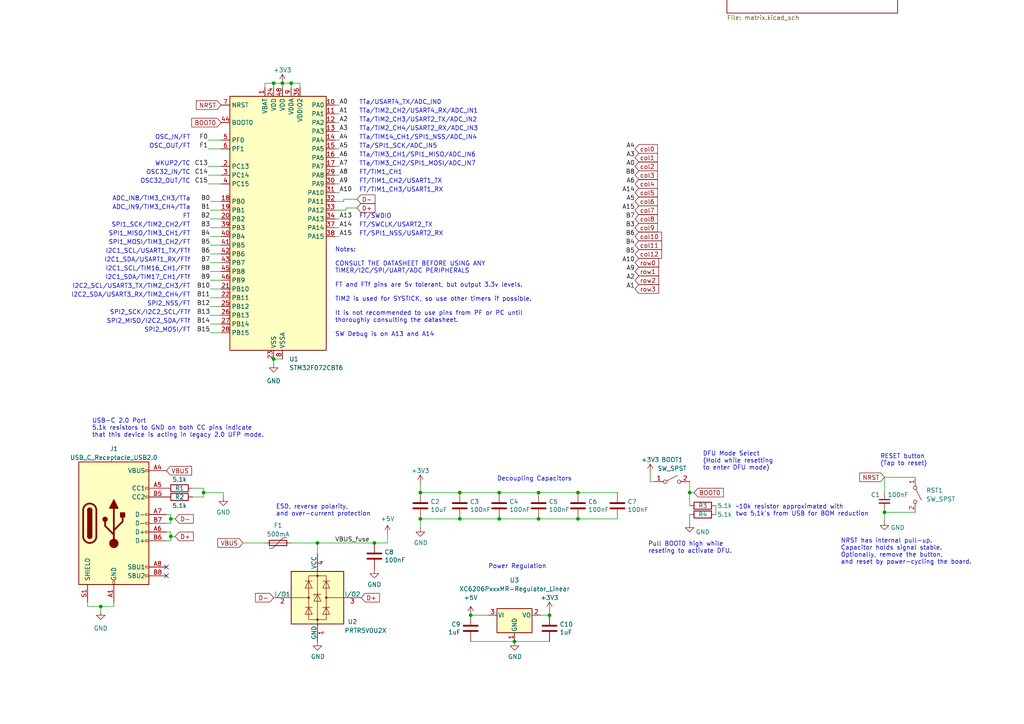
<source format=kicad_sch>
(kicad_sch (version 20231120) (generator "eeschema") (generator_version "8.0")
  (paper "A4")
  (lib_symbols
    (symbol "+5V_1" (power) (pin_names (offset 0))
      (property "Value" "+5V_1" (at 0 3.556 0))
      (symbol "+5V_1_0_1"
        (polyline (pts (xy -0.762 1.27) (xy 0 2.54)))
        (polyline (pts (xy 0 0) (xy 0 2.54)))
        (polyline (pts (xy 0 2.54) (xy 0.762 1.27)))
      )
      (symbol "+5V_1_1_1"
        (pin power_in line (at 0 0 90) (length 0) hide (name "+5V") (number "1"))
      )
    )
    (symbol "Connector:USB_C_Receptacle_USB2.0" (pin_names (offset 1.016))
      (property "Reference" "J" (at -10.16 19.05 0))
      (property "Value" "USB_C_Receptacle_USB2.0" (at 19.05 19.05 0))
      (symbol "USB_C_Receptacle_USB2.0_0_0"
        (rectangle (start -0.254 -17.78) (end 0.254 -16.764))
        (rectangle (start 10.16 -14.986) (end 9.144 -15.494))
        (rectangle (start 10.16 -12.446) (end 9.144 -12.954))
        (rectangle (start 10.16 -4.826) (end 9.144 -5.334))
        (rectangle (start 10.16 -2.286) (end 9.144 -2.794))
        (rectangle (start 10.16 0.254) (end 9.144 -0.254))
        (rectangle (start 10.16 2.794) (end 9.144 2.286))
        (rectangle (start 10.16 7.874) (end 9.144 7.366))
        (rectangle (start 10.16 10.414) (end 9.144 9.906))
        (rectangle (start 10.16 15.494) (end 9.144 14.986))
      )
      (symbol "USB_C_Receptacle_USB2.0_0_1"
        (rectangle (start -10.16 17.78) (end 10.16 -17.78) (stroke (width 0.254)) (fill (type background)))
        (arc (start -8.89 -3.81) (mid -6.985 -5.7067) (end -5.08 -3.81) (stroke (width 0.508)))
        (arc (start -7.62 -3.81) (mid -6.985 -4.4423) (end -6.35 -3.81) (stroke (width 0.254)))
        (arc (start -7.62 -3.81) (mid -6.985 -4.4423) (end -6.35 -3.81) (stroke (width 0.254)) (fill (type outline)))
        (rectangle (start -7.62 -3.81) (end -6.35 3.81) (stroke (width 0.254)) (fill (type outline)))
        (arc (start -6.35 3.81) (mid -6.985 4.4423) (end -7.62 3.81) (stroke (width 0.254)))
        (arc (start -6.35 3.81) (mid -6.985 4.4423) (end -7.62 3.81) (stroke (width 0.254)) (fill (type outline)))
        (arc (start -5.08 3.81) (mid -6.985 5.7067) (end -8.89 3.81) (stroke (width 0.508)))
        (circle (center -2.54 1.143) (radius 0.635) (stroke (width 0.254)) (fill (type outline)))
        (circle (center 0 -5.842) (radius 1.27) (fill (type outline)))
        (polyline (pts (xy -8.89 -3.81) (xy -8.89 3.81)) (stroke (width 0.508)))
        (polyline (pts (xy -5.08 3.81) (xy -5.08 -3.81)) (stroke (width 0.508)))
        (polyline (pts (xy 0 -5.842) (xy 0 4.318)) (stroke (width 0.508)))
        (polyline (pts (xy 0 -3.302) (xy -2.54 -0.762) (xy -2.54 0.508)) (stroke (width 0.508)))
        (polyline (pts (xy 0 -2.032) (xy 2.54 0.508) (xy 2.54 1.778)) (stroke (width 0.508)))
        (polyline (pts (xy -1.27 4.318) (xy 0 6.858) (xy 1.27 4.318) (xy -1.27 4.318)) (stroke (width 0.254)) (fill (type outline)))
        (rectangle (start 1.905 1.778) (end 3.175 3.048) (stroke (width 0.254)) (fill (type outline)))
      )
      (symbol "USB_C_Receptacle_USB2.0_1_1"
        (pin passive line (at 0 -22.86 90) (length 5.08) (name "GND") (number "A1"))
        (pin passive line (at 0 -22.86 90) (length 5.08) hide (name "GND") (number "A12"))
        (pin passive line (at 15.24 15.24 180) (length 5.08) (name "VBUS") (number "A4"))
        (pin bidirectional line (at 15.24 10.16 180) (length 5.08) (name "CC1") (number "A5"))
        (pin bidirectional line (at 15.24 -2.54 180) (length 5.08) (name "D+") (number "A6"))
        (pin bidirectional line (at 15.24 2.54 180) (length 5.08) (name "D-") (number "A7"))
        (pin bidirectional line (at 15.24 -12.7 180) (length 5.08) (name "SBU1") (number "A8"))
        (pin passive line (at 15.24 15.24 180) (length 5.08) hide (name "VBUS") (number "A9"))
        (pin passive line (at 0 -22.86 90) (length 5.08) hide (name "GND") (number "B1"))
        (pin passive line (at 0 -22.86 90) (length 5.08) hide (name "GND") (number "B12"))
        (pin passive line (at 15.24 15.24 180) (length 5.08) hide (name "VBUS") (number "B4"))
        (pin bidirectional line (at 15.24 7.62 180) (length 5.08) (name "CC2") (number "B5"))
        (pin bidirectional line (at 15.24 -5.08 180) (length 5.08) (name "D+") (number "B6"))
        (pin bidirectional line (at 15.24 0 180) (length 5.08) (name "D-") (number "B7"))
        (pin bidirectional line (at 15.24 -15.24 180) (length 5.08) (name "SBU2") (number "B8"))
        (pin passive line (at 15.24 15.24 180) (length 5.08) hide (name "VBUS") (number "B9"))
        (pin passive line (at -7.62 -22.86 90) (length 5.08) (name "SHIELD") (number "S1"))
      )
    )
    (symbol "Device:C" (pin_numbers hide) (pin_names (offset 0.254))
      (property "Reference" "C" (at 0.635 2.54 0))
      (property "Value" "C" (at 0.635 -2.54 0))
      (symbol "C_0_1"
        (polyline (pts (xy -2.032 -0.762) (xy 2.032 -0.762)) (stroke (width 0.508)))
        (polyline (pts (xy -2.032 0.762) (xy 2.032 0.762)) (stroke (width 0.508)))
      )
      (symbol "C_1_1"
        (pin passive line (at 0 3.81 270) (length 2.794) (name "~") (number "1"))
        (pin passive line (at 0 -3.81 90) (length 2.794) (name "~") (number "2"))
      )
    )
    (symbol "Device:C_Small" (pin_numbers hide) (pin_names (offset 0.254) hide)
      (property "Reference" "C" (at 0.254 1.778 0))
      (property "Value" "C_Small" (at 0.254 -2.032 0))
      (symbol "C_Small_0_1"
        (polyline (pts (xy -1.524 -0.508) (xy 1.524 -0.508)) (stroke (width 0.3302)))
        (polyline (pts (xy -1.524 0.508) (xy 1.524 0.508)) (stroke (width 0.3048)))
      )
      (symbol "C_Small_1_1"
        (pin passive line (at 0 2.54 270) (length 2.032) (name "~") (number "1"))
        (pin passive line (at 0 -2.54 90) (length 2.032) (name "~") (number "2"))
      )
    )
    (symbol "Device:Polyfuse" (pin_numbers hide) (pin_names (offset 0))
      (property "Reference" "F" (at -2.54 0 90))
      (property "Value" "Polyfuse" (at 2.54 0 90))
      (symbol "Polyfuse_0_1"
        (rectangle (start -0.762 2.54) (end 0.762 -2.54) (stroke (width 0.254)))
        (polyline (pts (xy 0 2.54) (xy 0 -2.54)))
        (polyline (pts (xy -1.524 2.54) (xy -1.524 1.524) (xy 1.524 -1.524) (xy 1.524 -2.54)))
      )
      (symbol "Polyfuse_1_1"
        (pin passive line (at 0 3.81 270) (length 1.27) (name "~") (number "1"))
        (pin passive line (at 0 -3.81 90) (length 1.27) (name "~") (number "2"))
      )
    )
    (symbol "Device:R" (pin_numbers hide) (pin_names (offset 0))
      (property "Reference" "R" (at 2.032 0 90))
      (property "Value" "R" (at 0 0 90))
      (symbol "R_0_1"
        (rectangle (start -1.016 -2.54) (end 1.016 2.54) (stroke (width 0.254)))
      )
      (symbol "R_1_1"
        (pin passive line (at 0 3.81 270) (length 1.27) (name "~") (number "1"))
        (pin passive line (at 0 -3.81 90) (length 1.27) (name "~") (number "2"))
      )
    )
    (symbol "MCU_ST_STM32F0:STM32F072CBTx"
      (property "Reference" "U" (at -12.7 39.37 0))
      (property "Value" "STM32F072CBTx" (at 10.16 39.37 0))
      (symbol "STM32F072CBTx_0_1"
        (rectangle (start -12.7 -35.56) (end 15.24 38.1) (stroke (width 0.254)) (fill (type background)))
      )
      (symbol "STM32F072CBTx_1_1"
        (pin power_in line (at -2.54 40.64 270) (length 2.54) (name "VBAT") (number "1"))
        (pin bidirectional line (at 17.78 35.56 180) (length 2.54) (name "PA0") (number "10"))
        (pin bidirectional line (at 17.78 33.02 180) (length 2.54) (name "PA1") (number "11"))
        (pin bidirectional line (at 17.78 30.48 180) (length 2.54) (name "PA2") (number "12"))
        (pin bidirectional line (at 17.78 27.94 180) (length 2.54) (name "PA3") (number "13"))
        (pin bidirectional line (at 17.78 25.4 180) (length 2.54) (name "PA4") (number "14"))
        (pin bidirectional line (at 17.78 22.86 180) (length 2.54) (name "PA5") (number "15"))
        (pin bidirectional line (at 17.78 20.32 180) (length 2.54) (name "PA6") (number "16"))
        (pin bidirectional line (at 17.78 17.78 180) (length 2.54) (name "PA7") (number "17"))
        (pin bidirectional line (at -15.24 7.62 0) (length 2.54) (name "PB0") (number "18"))
        (pin bidirectional line (at -15.24 5.08 0) (length 2.54) (name "PB1") (number "19"))
        (pin bidirectional line (at -15.24 17.78 0) (length 2.54) (name "PC13") (number "2"))
        (pin bidirectional line (at -15.24 2.54 0) (length 2.54) (name "PB2") (number "20"))
        (pin bidirectional line (at -15.24 -17.78 0) (length 2.54) (name "PB10") (number "21"))
        (pin bidirectional line (at -15.24 -20.32 0) (length 2.54) (name "PB11") (number "22"))
        (pin power_in line (at 0 -38.1 90) (length 2.54) (name "VSS") (number "23"))
        (pin power_in line (at 0 40.64 270) (length 2.54) (name "VDD") (number "24"))
        (pin bidirectional line (at -15.24 -22.86 0) (length 2.54) (name "PB12") (number "25"))
        (pin bidirectional line (at -15.24 -25.4 0) (length 2.54) (name "PB13") (number "26"))
        (pin bidirectional line (at -15.24 -27.94 0) (length 2.54) (name "PB14") (number "27"))
        (pin bidirectional line (at -15.24 -30.48 0) (length 2.54) (name "PB15") (number "28"))
        (pin bidirectional line (at 17.78 15.24 180) (length 2.54) (name "PA8") (number "29"))
        (pin bidirectional line (at -15.24 15.24 0) (length 2.54) (name "PC14") (number "3"))
        (pin bidirectional line (at 17.78 12.7 180) (length 2.54) (name "PA9") (number "30"))
        (pin bidirectional line (at 17.78 10.16 180) (length 2.54) (name "PA10") (number "31"))
        (pin bidirectional line (at 17.78 7.62 180) (length 2.54) (name "PA11") (number "32"))
        (pin bidirectional line (at 17.78 5.08 180) (length 2.54) (name "PA12") (number "33"))
        (pin bidirectional line (at 17.78 2.54 180) (length 2.54) (name "PA13") (number "34"))
        (pin passive line (at 0 -38.1 90) (length 2.54) hide (name "VSS") (number "35"))
        (pin power_in line (at 7.62 40.64 270) (length 2.54) (name "VDDIO2") (number "36"))
        (pin bidirectional line (at 17.78 0 180) (length 2.54) (name "PA14") (number "37"))
        (pin bidirectional line (at 17.78 -2.54 180) (length 2.54) (name "PA15") (number "38"))
        (pin bidirectional line (at -15.24 0 0) (length 2.54) (name "PB3") (number "39"))
        (pin bidirectional line (at -15.24 12.7 0) (length 2.54) (name "PC15") (number "4"))
        (pin bidirectional line (at -15.24 -2.54 0) (length 2.54) (name "PB4") (number "40"))
        (pin bidirectional line (at -15.24 -5.08 0) (length 2.54) (name "PB5") (number "41"))
        (pin bidirectional line (at -15.24 -7.62 0) (length 2.54) (name "PB6") (number "42"))
        (pin bidirectional line (at -15.24 -10.16 0) (length 2.54) (name "PB7") (number "43"))
        (pin input line (at -15.24 30.48 0) (length 2.54) (name "BOOT0") (number "44"))
        (pin bidirectional line (at -15.24 -12.7 0) (length 2.54) (name "PB8") (number "45"))
        (pin bidirectional line (at -15.24 -15.24 0) (length 2.54) (name "PB9") (number "46"))
        (pin passive line (at 0 -38.1 90) (length 2.54) hide (name "VSS") (number "47"))
        (pin power_in line (at 2.54 40.64 270) (length 2.54) (name "VDD") (number "48"))
        (pin bidirectional line (at -15.24 25.4 0) (length 2.54) (name "PF0") (number "5"))
        (pin bidirectional line (at -15.24 22.86 0) (length 2.54) (name "PF1") (number "6"))
        (pin input line (at -15.24 35.56 0) (length 2.54) (name "NRST") (number "7"))
        (pin power_in line (at 2.54 -38.1 90) (length 2.54) (name "VSSA") (number "8"))
        (pin power_in line (at 5.08 40.64 270) (length 2.54) (name "VDDA") (number "9"))
      )
    )
    (symbol "Power_Protection:PRTR5V0U2X" (pin_names (offset 0))
      (property "Reference" "D" (at 2.794 8.636 0))
      (property "Value" "PRTR5V0U2X" (at 8.128 -9.398 0))
      (symbol "PRTR5V0U2X_0_1"
        (rectangle (start -7.62 -7.62) (end 7.62 7.62) (stroke (width 0.254)) (fill (type background)))
        (circle (center -2.54 0) (radius 0.254) (fill (type outline)))
        (rectangle (start -2.54 6.35) (end 2.54 -6.35))
        (circle (center 0 -6.35) (radius 0.254) (fill (type outline)))
        (polyline (pts (xy -2.54 0) (xy -7.62 0)))
        (polyline (pts (xy -1.524 -2.794) (xy -3.556 -2.794)))
        (polyline (pts (xy -1.524 4.826) (xy -3.556 4.826)))
        (polyline (pts (xy 0 -7.62) (xy 0 7.62)))
        (polyline (pts (xy 1.524 -2.794) (xy 3.556 -2.794)))
        (polyline (pts (xy 1.524 4.826) (xy 3.556 4.826)))
        (polyline (pts (xy 2.54 0) (xy 7.62 0)))
        (polyline (pts (xy 1.016 1.016) (xy -1.016 1.016) (xy -1.016 0.508)))
        (polyline (pts (xy -3.556 -4.826) (xy -1.524 -4.826) (xy -2.54 -2.794) (xy -3.556 -4.826)))
        (polyline (pts (xy -3.556 2.794) (xy -1.524 2.794) (xy -2.54 4.826) (xy -3.556 2.794)))
        (polyline (pts (xy -1.016 -1.016) (xy 1.016 -1.016) (xy 0 1.016) (xy -1.016 -1.016)))
        (polyline (pts (xy 3.556 -4.826) (xy 1.524 -4.826) (xy 2.54 -2.794) (xy 3.556 -4.826)))
        (polyline (pts (xy 3.556 2.794) (xy 1.524 2.794) (xy 2.54 4.826) (xy 3.556 2.794)))
        (circle (center 0 6.35) (radius 0.254) (fill (type outline)))
        (circle (center 2.54 0) (radius 0.254) (fill (type outline)))
      )
      (symbol "PRTR5V0U2X_1_1"
        (pin passive line (at 0 -12.7 90) (length 5.08) (name "GND") (number "1"))
        (pin passive line (at -12.7 0 0) (length 5.08) (name "I/O1") (number "2"))
        (pin passive line (at 12.7 0 180) (length 5.08) (name "I/O2") (number "3"))
        (pin passive line (at 0 12.7 270) (length 5.08) (name "VCC") (number "4"))
      )
    )
    (symbol "Switch:SW_SPST" (pin_names (offset 0) hide)
      (property "Reference" "SW" (at 0 3.175 0))
      (property "Value" "SW_SPST" (at 0 -2.54 0))
      (symbol "SW_SPST_0_0"
        (circle (center -2.032 0) (radius 0.508))
        (polyline (pts (xy -1.524 0.254) (xy 1.524 1.778)))
        (circle (center 2.032 0) (radius 0.508))
      )
      (symbol "SW_SPST_1_1"
        (pin passive line (at -5.08 0 0) (length 2.54) (name "A") (number "1"))
        (pin passive line (at 5.08 0 180) (length 2.54) (name "B") (number "2"))
      )
    )
    (symbol "kicad-keyboard-parts:XC6206PxxxMR-Regulator_Linear" (pin_names (offset 0.254))
      (property "Reference" "U" (at -3.81 3.175 0))
      (property "Value" "XC6206PxxxMR-Regulator_Linear" (at 0 3.175 0))
      (property "LCSC" "C5446" (at 0 0 0))
      (symbol "XC6206PxxxMR-Regulator_Linear_0_1"
        (rectangle (start -5.08 1.905) (end 5.08 -5.08) (stroke (width 0.254)) (fill (type background)))
      )
      (symbol "XC6206PxxxMR-Regulator_Linear_1_1"
        (pin power_in line (at 0 -7.62 90) (length 2.54) (name "GND") (number "1"))
        (pin power_out line (at 7.62 0 180) (length 2.54) (name "VO") (number "2"))
        (pin power_in line (at -7.62 0 0) (length 2.54) (name "VI") (number "3"))
      )
    )
    (symbol "power:+3V3" (power) (pin_names (offset 0))
      (property "Value" "+3V3" (at 0 3.556 0))
      (symbol "+3V3_0_1"
        (polyline (pts (xy -0.762 1.27) (xy 0 2.54)))
        (polyline (pts (xy 0 0) (xy 0 2.54)))
        (polyline (pts (xy 0 2.54) (xy 0.762 1.27)))
      )
      (symbol "+3V3_1_1"
        (pin power_in line (at 0 0 90) (length 0) hide (name "+3V3") (number "1"))
      )
    )
    (symbol "power:+5V" (power) (pin_names (offset 0))
      (property "Value" "+5V" (at 0 3.556 0))
      (symbol "+5V_0_1"
        (polyline (pts (xy -0.762 1.27) (xy 0 2.54)))
        (polyline (pts (xy 0 0) (xy 0 2.54)))
        (polyline (pts (xy 0 2.54) (xy 0.762 1.27)))
      )
      (symbol "+5V_1_1"
        (pin power_in line (at 0 0 90) (length 0) hide (name "+5V") (number "1"))
      )
    )
    (symbol "power:GND" (power) (pin_names (offset 0))
      (property "Value" "GND" (at 0 -3.81 0))
      (symbol "GND_0_1"
        (polyline (pts (xy 0 0) (xy 0 -1.27) (xy 1.27 -1.27) (xy 0 -2.54) (xy -1.27 -1.27) (xy 0 -1.27)))
      )
      (symbol "GND_1_1"
        (pin power_in line (at 0 0 270) (length 0) hide (name "GND") (number "1"))
      )
    )
  )
  (junction (at 200.025 142.875))
  (junction (at 81.915 24.13))
  (junction (at 159.385 178.435))
  (junction (at 59.055 142.875))
  (junction (at 79.375 24.13))
  (junction (at 156.21 150.495))
  (junction (at 136.525 178.435))
  (junction (at 156.21 142.875))
  (junction (at 121.92 150.495))
  (junction (at 149.225 186.055) (diameter 0.9144))
  (junction (at 256.54 148.59))
  (junction (at 121.92 142.875))
  (junction (at 79.375 104.14))
  (junction (at 144.78 150.495))
  (junction (at 133.35 150.495))
  (junction (at 167.64 150.495))
  (junction (at 167.64 142.875))
  (junction (at 92.075 157.48))
  (junction (at 144.78 142.875))
  (junction (at 108.585 157.48))
  (junction (at 49.53 155.575))
  (junction (at 29.21 175.895))
  (junction (at 49.53 150.495))
  (junction (at 133.35 142.875))
  (junction (at 84.455 24.13))
  (no_connect (at 48.26 167.005))
  (no_connect (at 48.26 164.465))
  (wire (pts (xy 167.64 150.495) (xy 179.07 150.495)))
  (wire (pts (xy 48.26 156.845) (xy 49.53 156.845)))
  (wire (pts (xy 60.96 76.2) (xy 64.135 76.2)))
  (wire (pts (xy 98.425 40.64) (xy 97.155 40.64)))
  (wire (pts (xy 29.21 175.895) (xy 33.02 175.895)))
  (wire (pts (xy 60.96 60.96) (xy 64.135 60.96)))
  (wire (pts (xy 86.995 24.13) (xy 86.995 25.4)))
  (wire (pts (xy 48.26 149.225) (xy 49.53 149.225)))
  (wire (pts (xy 98.425 53.34) (xy 97.155 53.34)))
  (wire (pts (xy 59.055 144.145) (xy 59.055 142.875)))
  (wire (pts (xy 144.78 150.495) (xy 133.35 150.495)))
  (wire (pts (xy 55.88 144.145) (xy 59.055 144.145)))
  (wire (pts (xy 98.425 48.26) (xy 97.155 48.26)))
  (wire (pts (xy 49.53 150.495) (xy 49.53 151.765)))
  (wire (pts (xy 59.055 142.875) (xy 59.055 141.605)))
  (wire (pts (xy 189.865 139.7) (xy 188.595 139.7)))
  (wire (pts (xy 29.21 177.165) (xy 29.21 175.895)))
  (wire (pts (xy 84.455 24.13) (xy 84.455 25.4)))
  (wire (pts (xy 98.425 35.56) (xy 97.155 35.56)))
  (wire (pts (xy 59.055 142.875) (xy 64.77 142.875)))
  (wire (pts (xy 144.78 142.875) (xy 133.35 142.875)))
  (wire (pts (xy 60.96 63.5) (xy 64.135 63.5)))
  (wire (pts (xy 84.455 24.13) (xy 86.995 24.13)))
  (wire (pts (xy 200.025 142.875) (xy 201.295 142.875)))
  (wire (pts (xy 60.96 78.74) (xy 64.135 78.74)))
  (wire (pts (xy 79.375 24.13) (xy 79.375 25.4)))
  (wire (pts (xy 55.88 141.605) (xy 59.055 141.605)))
  (wire (pts (xy 149.225 186.055) (xy 159.385 186.055)))
  (wire (pts (xy 60.96 93.98) (xy 64.135 93.98)))
  (wire (pts (xy 79.375 105.41) (xy 79.375 104.14)))
  (wire (pts (xy 60.96 83.82) (xy 64.135 83.82)))
  (wire (pts (xy 98.425 38.1) (xy 97.155 38.1)))
  (wire (pts (xy 256.54 151.13) (xy 256.54 148.59)))
  (wire (pts (xy 60.96 73.66) (xy 64.135 73.66)))
  (wire (pts (xy 136.525 178.435) (xy 141.605 178.435)))
  (wire (pts (xy 207.645 146.685) (xy 207.645 149.225)))
  (wire (pts (xy 156.21 142.875) (xy 167.64 142.875)))
  (wire (pts (xy 98.425 63.5) (xy 97.155 63.5)))
  (wire (pts (xy 60.96 71.12) (xy 64.135 71.12)))
  (wire (pts (xy 108.585 157.48) (xy 112.395 157.48)))
  (wire (pts (xy 188.595 139.7) (xy 188.595 137.16)))
  (wire (pts (xy 100.33 60.325) (xy 100.33 60.96)))
  (wire (pts (xy 60.96 66.04) (xy 64.135 66.04)))
  (wire (pts (xy 76.835 24.13) (xy 76.835 25.4)))
  (wire (pts (xy 98.425 43.18) (xy 97.155 43.18)))
  (wire (pts (xy 60.96 91.44) (xy 64.135 91.44)))
  (wire (pts (xy 256.54 138.43) (xy 265.43 138.43)))
  (wire (pts (xy 156.845 178.435) (xy 159.385 178.435)))
  (wire (pts (xy 144.78 142.875) (xy 156.21 142.875)))
  (wire (pts (xy 98.425 45.72) (xy 97.155 45.72)))
  (wire (pts (xy 200.025 139.7) (xy 200.025 142.875)))
  (wire (pts (xy 84.455 24.13) (xy 81.915 24.13)))
  (wire (pts (xy 60.96 58.42) (xy 64.135 58.42)))
  (wire (pts (xy 256.54 138.43) (xy 256.54 142.875)))
  (wire (pts (xy 98.425 55.88) (xy 97.155 55.88)))
  (wire (pts (xy 60.96 86.36) (xy 64.135 86.36)))
  (wire (pts (xy 70.485 157.48) (xy 76.835 157.48)))
  (wire (pts (xy 100.33 60.96) (xy 97.155 60.96)))
  (wire (pts (xy 121.92 153.035) (xy 121.92 150.495)))
  (wire (pts (xy 49.53 156.845) (xy 49.53 155.575)))
  (wire (pts (xy 60.325 48.26) (xy 64.135 48.26)))
  (wire (pts (xy 60.325 50.8) (xy 64.135 50.8)))
  (wire (pts (xy 48.26 154.305) (xy 49.53 154.305)))
  (wire (pts (xy 84.455 157.48) (xy 92.075 157.48)))
  (wire (pts (xy 79.375 104.14) (xy 81.915 104.14)))
  (wire (pts (xy 167.64 142.875) (xy 179.07 142.875)))
  (wire (pts (xy 121.92 140.335) (xy 121.92 142.875)))
  (wire (pts (xy 60.96 96.52) (xy 64.135 96.52)))
  (wire (pts (xy 256.54 148.59) (xy 256.54 147.955)))
  (wire (pts (xy 49.53 150.495) (xy 50.8 150.495)))
  (wire (pts (xy 79.375 24.13) (xy 81.915 24.13)))
  (wire (pts (xy 256.54 148.59) (xy 265.43 148.59)))
  (wire (pts (xy 200.025 149.225) (xy 200.025 151.765)))
  (wire (pts (xy 60.325 40.64) (xy 64.135 40.64)))
  (wire (pts (xy 60.96 88.9) (xy 64.135 88.9)))
  (wire (pts (xy 60.96 81.28) (xy 64.135 81.28)))
  (wire (pts (xy 25.4 175.895) (xy 29.21 175.895)))
  (wire (pts (xy 112.395 154.94) (xy 112.395 157.48)))
  (wire (pts (xy 76.835 24.13) (xy 79.375 24.13)))
  (wire (pts (xy 60.96 68.58) (xy 64.135 68.58)))
  (wire (pts (xy 200.025 142.875) (xy 200.025 146.685)))
  (wire (pts (xy 48.26 151.765) (xy 49.53 151.765)))
  (wire (pts (xy 99.695 57.785) (xy 99.695 58.42)))
  (wire (pts (xy 25.4 174.625) (xy 25.4 175.895)))
  (wire (pts (xy 103.505 60.325) (xy 100.33 60.325)))
  (wire (pts (xy 49.53 154.305) (xy 49.53 155.575)))
  (wire (pts (xy 98.425 50.8) (xy 97.155 50.8)))
  (wire (pts (xy 98.425 33.02) (xy 97.155 33.02)))
  (wire (pts (xy 98.425 66.04) (xy 97.155 66.04)))
  (wire (pts (xy 49.53 155.575) (xy 50.8 155.575)))
  (wire (pts (xy 133.35 150.495) (xy 121.92 150.495)))
  (wire (pts (xy 159.385 177.165) (xy 159.385 178.435)))
  (wire (pts (xy 64.77 142.875) (xy 64.77 144.145)))
  (wire (pts (xy 33.02 175.895) (xy 33.02 174.625)))
  (wire (pts (xy 99.695 58.42) (xy 97.155 58.42)))
  (wire (pts (xy 92.075 157.48) (xy 92.075 160.655)))
  (wire (pts (xy 60.325 43.18) (xy 64.135 43.18)))
  (wire (pts (xy 103.505 57.785) (xy 99.695 57.785)))
  (wire (pts (xy 149.225 186.055) (xy 136.525 186.055)))
  (wire (pts (xy 92.075 157.48) (xy 108.585 157.48)))
  (wire (pts (xy 98.425 30.48) (xy 97.155 30.48)))
  (wire (pts (xy 98.425 68.58) (xy 97.155 68.58)))
  (wire (pts (xy 81.915 24.13) (xy 81.915 25.4)))
  (wire (pts (xy 133.35 142.875) (xy 121.92 142.875)))
  (wire (pts (xy 49.53 149.225) (xy 49.53 150.495)))
  (wire (pts (xy 144.78 150.495) (xy 156.21 150.495)))
  (wire (pts (xy 156.21 150.495) (xy 167.64 150.495)))
  (wire (pts (xy 60.325 53.34) (xy 64.135 53.34)))
  (text "SPI1_SCK/TIM2_CH2/FT" (at 55.245 66.04 0) (effects (font (size 1.27 1.27)) (justify right bottom)))
  (text "FT/TIM1_CH1" (at 104.14 50.8 0) (effects (font (size 1.27 1.27)) (justify left bottom)))
  (text "FT/TIM1_CH3/USART1_RX" (at 104.14 55.88 0) (effects (font (size 1.27 1.27)) (justify left bottom)))
  (text "SPI2_NSS/FT" (at 55.245 88.9 0) (effects (font (size 1.27 1.27)) (justify right bottom)))
  (text "Notes:\n\nCONSULT THE DATASHEET BEFORE USING ANY \nTIMER/I2C/SPI/UART/ADC PERIPHERALS\n\nFT and FTf pins are 5v tolerant, but output 3.3v levels.\n\nTIM2 is used for SYSTICK, so use other timers if possible.\n\nIt is not recommended to use pins from PF or PC until\nthoroughly consulting the datasheet.\n\nSW Debug is on A13 and A14" (at 97.155 97.79 0) (effects (font (size 1.27 1.27)) (justify left bottom)))
  (text "TTa/TIM2_CH4/USART2_RX/ADC_IN3" (at 104.14 38.1 0) (effects (font (size 1.27 1.27)) (justify left bottom)))
  (text "NRST has internal pull-up.\nCapacitor holds signal stable.\nOptionally, remove the button,\nand reset by power-cycling the board." (at 243.84 163.83 0) (effects (font (size 1.27 1.27)) (justify left bottom)))
  (text "FT/SWDIO" (at 104.14 63.5 0) (effects (font (size 1.27 1.27)) (justify left bottom)))
  (text "Decoupling Capacitors" (at 144.145 139.7 0) (effects (font (size 1.27 1.27)) (justify left bottom)))
  (text "SPI1_MOSI/TIM3_CH2/FT" (at 55.245 71.12 0) (effects (font (size 1.27 1.27)) (justify right bottom)))
  (text "ADC_IN9/TIM3_CH4/TTa" (at 55.245 60.96 0) (effects (font (size 1.27 1.27)) (justify right bottom)))
  (text "I2C2_SCL/USART3_TX/TIM2_CH3/FT" (at 55.245 83.82 0) (effects (font (size 1.27 1.27)) (justify right bottom)))
  (text "SPI2_MISO/I2C2_SDA/FTf" (at 55.245 93.98 0) (effects (font (size 1.27 1.27)) (justify right bottom)))
  (text "FT/SWCLK/USART2_TX" (at 104.14 66.04 0) (effects (font (size 1.27 1.27)) (justify left bottom)))
  (text "I2C1_SCL/TIM16_CH1/FTf" (at 55.245 78.74 0) (effects (font (size 1.27 1.27)) (justify right bottom)))
  (text "~10k resistor approximated with\ntwo 5.1k's from USB for BOM reduction" (at 213.36 149.86 0) (effects (font (size 1.27 1.27)) (justify left bottom)))
  (text "TTa/TIM2_CH2/USART4_RX/ADC_IN1" (at 104.14 33.02 0) (effects (font (size 1.27 1.27)) (justify left bottom)))
  (text "USB-C 2.0 Port\n5.1k resistors to GND on both CC pins indicate\nthat this device is acting in legacy 2.0 UFP mode." (at 26.67 127 0) (effects (font (size 1.27 1.27)) (justify left bottom)))
  (text "TTa/TIM2_CH3/USART2_TX/ADC_IN2" (at 104.14 35.56 0) (effects (font (size 1.27 1.27)) (justify left bottom)))
  (text "OSC_IN/FT" (at 55.245 40.64 0) (effects (font (size 1.27 1.27)) (justify right bottom)))
  (text "DFU Mode Select\n(Hold while resetting\nto enter DFU mode)" (at 203.835 136.525 0) (effects (font (size 1.27 1.27)) (justify left bottom)))
  (text "WKUP2/TC" (at 55.245 48.26 0) (effects (font (size 1.27 1.27)) (justify right bottom)))
  (text "I2C2_SDA/USART3_RX/TIM2_CH4/FT" (at 55.245 86.36 0) (effects (font (size 1.27 1.27)) (justify right bottom)))
  (text "ADC_IN8/TIM3_CH3/TTa" (at 55.245 58.42 0) (effects (font (size 1.27 1.27)) (justify right bottom)))
  (text "RESET button\n(Tap to reset)" (at 255.27 135.255 0) (effects (font (size 1.27 1.27)) (justify left bottom)))
  (text "Pull BOOT0 high while \nreseting to activate DFU." (at 187.96 160.655 0) (effects (font (size 1.27 1.27)) (justify left bottom)))
  (text "I2C1_SDA/TIM17_CH1/FTf" (at 55.245 81.28 0) (effects (font (size 1.27 1.27)) (justify right bottom)))
  (text "TTa/SPI1_SCK/ADC_IN5" (at 104.14 43.18 0) (effects (font (size 1.27 1.27)) (justify left bottom)))
  (text "TTa/TIM3_CH1/SPI1_MISO/ADC_IN6" (at 104.14 45.72 0) (effects (font (size 1.27 1.27)) (justify left bottom)))
  (text "TTa/TIM3_CH2/SPI1_MOSI/ADC_IN7" (at 104.14 48.26 0) (effects (font (size 1.27 1.27)) (justify left bottom)))
  (text "OSC32_OUT/TC" (at 55.245 53.34 0) (effects (font (size 1.27 1.27)) (justify right bottom)))
  (text "FT/SPI1_NSS/USART2_RX" (at 104.14 68.58 0) (effects (font (size 1.27 1.27)) (justify left bottom)))
  (text "SPI1_MISO/TIM3_CH1/FT" (at 55.245 68.58 0) (effects (font (size 1.27 1.27)) (justify right bottom)))
  (text "OSC32_IN/TC" (at 55.245 50.8 0) (effects (font (size 1.27 1.27)) (justify right bottom)))
  (text "TTa/TIM14_CH1/SPI1_NSS/ADC_IN4" (at 104.14 40.64 0) (effects (font (size 1.27 1.27)) (justify left bottom)))
  (text "I2C1_SDA/USART1_RX/FTf" (at 55.245 76.2 0) (effects (font (size 1.27 1.27)) (justify right bottom)))
  (text "SPI2_MOSI/FT" (at 55.245 96.52 0) (effects (font (size 1.27 1.27)) (justify right bottom)))
  (text "FT/TIM1_CH2/USART1_TX" (at 104.14 53.34 0) (effects (font (size 1.27 1.27)) (justify left bottom)))
  (text "Power Regulation" (at 141.605 165.1 0) (effects (font (size 1.27 1.27)) (justify left bottom)))
  (text "SPI2_SCK/I2C2_SCL/FTf" (at 55.245 91.44 0) (effects (font (size 1.27 1.27)) (justify right bottom)))
  (text "OSC_OUT/FT" (at 55.245 43.18 0) (effects (font (size 1.27 1.27)) (justify right bottom)))
  (text "ESD, reverse polarity,\nand over-current protection" (at 80.01 149.86 0) (effects (font (size 1.27 1.27)) (justify left bottom)))
  (text "FT" (at 55.245 63.5 0) (effects (font (size 1.27 1.27)) (justify right bottom)))
  (text "TTa/USART4_TX/ADC_IN0" (at 104.14 30.48 0) (effects (font (size 1.27 1.27)) (justify left bottom)))
  (text "I2C1_SCL/USART1_TX/FTf" (at 55.245 73.66 0) (effects (font (size 1.27 1.27)) (justify right bottom)))
  (label "A1" (at 98.425 33.02 0))
  (label "A3" (at 98.425 38.1 0))
  (label "A13" (at 98.425 63.5 0))
  (label "A10" (at 98.425 55.88 0))
  (label "A15" (at 184.15 60.96 180))
  (label "B4" (at 184.15 71.12 180))
  (label "A5" (at 184.15 58.42 180))
  (label "B7" (at 60.96 76.2 180))
  (label "B13" (at 60.96 91.44 180))
  (label "A6" (at 98.425 45.72 0))
  (label "B1" (at 60.96 60.96 180))
  (label "B9" (at 60.96 81.28 180))
  (label "B5" (at 60.96 71.12 180))
  (label "A1" (at 184.15 83.82 180))
  (label "A4" (at 184.15 43.18 180))
  (label "B3" (at 184.15 66.04 180))
  (label "B14" (at 60.96 93.98 180))
  (label "A8" (at 98.425 50.8 0))
  (label "B0" (at 60.96 58.42 180))
  (label "B7" (at 184.15 63.5 180))
  (label "A9" (at 98.425 53.34 0))
  (label "VBUS_fuse" (at 97.155 157.48 0))
  (label "A2" (at 98.425 35.56 0))
  (label "A2" (at 184.15 81.28 180))
  (label "B8" (at 60.96 78.74 180))
  (label "A4" (at 98.425 40.64 0))
  (label "B12" (at 60.96 88.9 180))
  (label "A9" (at 184.15 78.74 180))
  (label "B8" (at 184.15 50.8 180))
  (label "B4" (at 60.96 68.58 180))
  (label "C14" (at 60.325 50.8 180))
  (label "B6" (at 60.96 73.66 180))
  (label "B15" (at 60.96 96.52 180))
  (label "B5" (at 184.15 73.66 180))
  (label "A14" (at 98.425 66.04 0))
  (label "A10" (at 184.15 76.2 180))
  (label "A0" (at 184.15 48.26 180))
  (label "B6" (at 184.15 68.58 180))
  (label "B10" (at 60.96 83.82 180))
  (label "B11" (at 60.96 86.36 180))
  (label "C15" (at 60.325 53.34 180))
  (label "B3" (at 60.96 66.04 180))
  (label "A0" (at 98.425 30.48 0))
  (label "B2" (at 60.96 63.5 180))
  (label "F1" (at 60.325 43.18 180))
  (label "A5" (at 98.425 43.18 0))
  (label "A7" (at 98.425 48.26 0))
  (label "A3" (at 184.15 45.72 180))
  (label "A14" (at 184.15 55.88 180))
  (label "C13" (at 60.325 48.26 180))
  (label "F0" (at 60.325 40.64 180))
  (label "A15" (at 98.425 68.58 0))
  (label "A6" (at 184.15 53.34 180))
  (global_label "col8" (shape input) (at 184.15 63.5 0) (property "Intersheetrefs" "${INTERSHEET_REFS}" (effects (hide yes))))
  (global_label "col9" (shape input) (at 184.15 66.04 0) (property "Intersheetrefs" "${INTERSHEET_REFS}" (effects (hide yes))))
  (global_label "VBUS" (shape input) (at 70.485 157.48 180) (property "Intersheetrefs" "${INTERSHEET_REFS}" (effects (hide yes))))
  (global_label "row3" (shape input) (at 184.15 83.82 0) (property "Intersheetrefs" "${INTERSHEET_REFS}" (effects (hide yes))))
  (global_label "col10" (shape input) (at 184.15 68.58 0) (property "Intersheetrefs" "${INTERSHEET_REFS}" (effects (hide yes))))
  (global_label "D-" (shape input) (at 103.505 57.785 0) (property "Intersheetrefs" "${INTERSHEET_REFS}" (effects (hide yes))))
  (global_label "D-" (shape input) (at 79.375 173.355 180) (property "Intersheetrefs" "${INTERSHEET_REFS}" (effects (hide yes))))
  (global_label "BOOT0" (shape input) (at 64.135 35.56 180) (property "Intersheetrefs" "${INTERSHEET_REFS}" (effects (hide yes))))
  (global_label "D+" (shape input) (at 103.505 60.325 0) (property "Intersheetrefs" "${INTERSHEET_REFS}" (effects (hide yes))))
  (global_label "col3" (shape input) (at 184.15 50.8 0) (property "Intersheetrefs" "${INTERSHEET_REFS}" (effects (hide yes))))
  (global_label "col6" (shape input) (at 184.15 58.42 0) (property "Intersheetrefs" "${INTERSHEET_REFS}" (effects (hide yes))))
  (global_label "D+" (shape input) (at 104.775 173.355 0) (property "Intersheetrefs" "${INTERSHEET_REFS}" (effects (hide yes))))
  (global_label "D-" (shape input) (at 50.8 150.495 0) (property "Intersheetrefs" "${INTERSHEET_REFS}" (effects (hide yes))))
  (global_label "row1" (shape input) (at 184.15 78.74 0) (property "Intersheetrefs" "${INTERSHEET_REFS}" (effects (hide yes))))
  (global_label "col12" (shape input) (at 184.15 73.66 0) (property "Intersheetrefs" "${INTERSHEET_REFS}" (effects (hide yes))))
  (global_label "col11" (shape input) (at 184.15 71.12 0) (property "Intersheetrefs" "${INTERSHEET_REFS}" (effects (hide yes))))
  (global_label "col0" (shape input) (at 184.15 43.18 0) (property "Intersheetrefs" "${INTERSHEET_REFS}" (effects (hide yes))))
  (global_label "col2" (shape input) (at 184.15 48.26 0) (property "Intersheetrefs" "${INTERSHEET_REFS}" (effects (hide yes))))
  (global_label "NRST" (shape input) (at 256.54 138.43 180) (property "Intersheetrefs" "${INTERSHEET_REFS}" (effects (hide yes))))
  (global_label "NRST" (shape input) (at 64.135 30.48 180) (property "Intersheetrefs" "${INTERSHEET_REFS}" (effects (hide yes))))
  (global_label "BOOT0" (shape input) (at 201.295 142.875 0) (property "Intersheetrefs" "${INTERSHEET_REFS}" (effects (hide yes))))
  (global_label "row0" (shape input) (at 184.15 76.2 0) (property "Intersheetrefs" "${INTERSHEET_REFS}" (effects (hide yes))))
  (global_label "col5" (shape input) (at 184.15 55.88 0) (property "Intersheetrefs" "${INTERSHEET_REFS}" (effects (hide yes))))
  (global_label "col7" (shape input) (at 184.15 60.96 0) (property "Intersheetrefs" "${INTERSHEET_REFS}" (effects (hide yes))))
  (global_label "D+" (shape input) (at 50.8 155.575 0) (property "Intersheetrefs" "${INTERSHEET_REFS}" (effects (hide yes))))
  (global_label "col4" (shape input) (at 184.15 53.34 0) (property "Intersheetrefs" "${INTERSHEET_REFS}" (effects (hide yes))))
  (global_label "VBUS" (shape input) (at 48.26 136.525 0) (property "Intersheetrefs" "${INTERSHEET_REFS}" (effects (hide yes))))
  (global_label "col1" (shape input) (at 184.15 45.72 0) (property "Intersheetrefs" "${INTERSHEET_REFS}" (effects (hide yes))))
  (global_label "row2" (shape input) (at 184.15 81.28 0) (property "Intersheetrefs" "${INTERSHEET_REFS}" (effects (hide yes))))
  (symbol (lib_id "Connector:USB_C_Receptacle_USB2.0") (at 33.02 151.765 0) (unit 1)
    (property "Reference" "J1" (at 33.02 130.175 0))
    (property "Value" "USB_C_Receptacle_USB2.0" (at 33.02 132.715 0))
    (property "Footprint" "PCM_marbastlib-various:USB_C_Receptacle_HRO_TYPE-C-31-M-12" (effects (hide yes)))
    (property "Datasheet" "https://www.usb.org/sites/default/files/documents/usb_type-c.zip" (effects (hide yes)))
    (property "JlcRotOffset" "180" (effects (hide yes)))
    (property "JlcPosOffset" "0,1.5" (effects (hide yes)))
  )
  (symbol (lib_id "power:+3V3") (at 81.915 24.13 0) (unit 1)
    (property "Reference" "#PWR01" (effects (hide yes)))
    (property "Value" "+3V3" (at 81.915 20.32 0))
  )
  (symbol (lib_id "Device:R") (at 203.835 146.685 90) (unit 1)
    (property "Reference" "R3" (at 203.835 146.685 90))
    (property "Value" "5.1k" (at 210.185 146.685 90))
    (property "Footprint" "Resistor_SMD:R_0402_1005Metric" (effects (hide yes)))
  )
  (symbol (lib_id "Device:C") (at 108.585 161.29 0) (unit 1)
    (property "Reference" "C8" (at 111.506 160.1216 0) (effects (justify left)))
    (property "Value" "100nF" (at 111.506 162.433 0) (effects (justify left)))
    (property "Footprint" "Capacitor_SMD:C_0402_1005Metric" (effects (hide yes)))
    (property "LCSC" "C307331" (effects (hide yes)))
  )
  (symbol (lib_id "Device:Polyfuse") (at 80.645 157.48 90) (unit 1)
    (property "Reference" "F1" (at 80.645 152.4 90))
    (property "Value" "500mA" (at 80.645 154.94 90))
    (property "Footprint" "Fuse:Fuse_1206_3216Metric" (effects (hide yes)))
    (property "LCSC" "C135341" (effects (hide yes)))
  )
  (symbol (lib_id "power:GND") (at 79.375 105.41 0) (unit 1)
    (property "Reference" "#PWR02" (effects (hide yes)))
    (property "Value" "GND" (at 79.375 110.49 0))
  )
  (symbol (lib_id "power:GND") (at 64.77 144.145 0) (unit 1)
    (property "Reference" "#PWR05" (effects (hide yes)))
    (property "Value" "GND" (at 64.77 148.59 0))
  )
  (symbol (lib_id "power:GND") (at 121.92 153.035 0) (unit 1)
    (property "Reference" "#PWR08" (effects (hide yes)))
    (property "Value" "GND" (at 122.047 157.4292 0))
  )
  (symbol (lib_id "MCU_ST_STM32F0:STM32F072CBTx") (at 79.375 66.04 0) (unit 1)
    (property "Reference" "U1" (at 83.8709 104.14 0) (effects (justify left)))
    (property "Value" "STM32F072CBT6" (at 83.8709 106.68 0) (effects (justify left)))
    (property "Footprint" "Package_QFP:LQFP-48_7x7mm_P0.5mm" (effects (hide yes)))
    (property "Datasheet" "https://www.st.com/resource/en/datasheet/stm32f072cb.pdf" (effects (hide yes)))
    (property "JlcRotOffset" "90" (effects (hide yes)))
  )
  (symbol (lib_id "Device:C") (at 167.64 146.685 0) (unit 1)
    (property "Reference" "C6" (at 170.561 145.5166 0) (effects (justify left)))
    (property "Value" "100nF" (at 170.561 147.828 0) (effects (justify left)))
    (property "Footprint" "Capacitor_SMD:C_0402_1005Metric" (effects (hide yes)))
    (property "LCSC" "C307331" (effects (hide yes)))
  )
  (symbol (lib_id "power:+3V3") (at 121.92 140.335 0) (unit 1)
    (property "Reference" "#PWR04" (effects (hide yes)))
    (property "Value" "+3V3" (at 121.92 136.525 0))
  )
  (symbol (lib_id "power:GND") (at 29.21 177.165 0) (unit 1)
    (property "Reference" "#PWR011" (effects (hide yes)))
    (property "Value" "GND" (at 29.21 182.245 0))
  )
  (symbol (lib_id "Device:C") (at 159.385 182.245 0) (unit 1)
    (property "Reference" "C10" (at 162.306 181.0766 0) (effects (justify left)))
    (property "Value" "1uF" (at 162.306 183.388 0) (effects (justify left)))
    (property "Footprint" "Capacitor_SMD:C_0402_1005Metric" (effects (hide yes)))
    (property "LCSC" "C307331" (effects (hide yes)))
  )
  (symbol (lib_id "kicad-keyboard-parts:XC6206PxxxMR-Regulator_Linear") (at 149.225 178.435 0) (unit 1)
    (property "Reference" "U3" (at 149.225 168.275 0))
    (property "Value" "XC6206PxxxMR-Regulator_Linear" (at 149.225 170.815 0))
    (property "Footprint" "Package_TO_SOT_SMD:SOT-23" (effects (hide yes)))
    (property "Datasheet" "https://www.torexsemi.com/file/xc6206/XC6206.pdf" (effects (hide yes)))
    (property "LCSC" "C5446" (effects (hide yes)))
  )
  (symbol (lib_id "power:GND") (at 200.025 151.765 0) (unit 1)
    (property "Reference" "#PWR07" (effects (hide yes)))
    (property "Value" "GND" (at 203.835 154.305 0))
  )
  (symbol (lib_id "power:+3V3") (at 188.595 137.16 0) (mirror y) (unit 1)
    (property "Reference" "#PWR03" (effects (hide yes)))
    (property "Value" "+3V3" (at 188.595 133.35 0))
  )
  (symbol (lib_id "power:+3V3") (at 159.385 177.165 0) (unit 1)
    (property "Reference" "#PWR012" (effects (hide yes)))
    (property "Value" "+3V3" (at 159.385 173.355 0))
  )
  (symbol (lib_name "+5V_1") (lib_id "power:+5V") (at 112.395 154.94 0) (unit 1)
    (property "Reference" "#PWR09" (effects (hide yes)))
    (property "Value" "+5V" (at 112.395 150.495 0))
  )
  (symbol (lib_id "Device:R") (at 52.07 141.605 270) (unit 1)
    (property "Reference" "R1" (at 52.07 141.605 90))
    (property "Value" "5.1k" (at 52.07 139.065 90))
    (property "Footprint" "Resistor_SMD:R_0402_1005Metric" (effects (hide yes)))
  )
  (symbol (lib_id "power:GND") (at 108.585 165.1 0) (unit 1)
    (property "Reference" "#PWR010" (effects (hide yes)))
    (property "Value" "GND" (at 108.585 169.545 0))
  )
  (symbol (lib_id "power:GND") (at 149.225 186.055 0) (unit 1)
    (property "Reference" "#PWR015" (effects (hide yes)))
    (property "Value" "GND" (at 149.352 190.4492 0))
  )
  (symbol (lib_id "power:+5V") (at 136.525 178.435 0) (unit 1)
    (property "Reference" "#PWR013" (effects (hide yes)))
    (property "Value" "+5V" (at 136.525 173.355 0))
  )
  (symbol (lib_id "Switch:SW_SPST") (at 194.945 139.7 0) (unit 1)
    (property "Reference" "BOOT1" (at 194.945 133.35 0))
    (property "Value" "SW_SPST" (at 194.945 135.89 0))
    (property "Footprint" "Button_Switch_SMD:SW_SPST_TL3342" (effects (hide yes)))
  )
  (symbol (lib_id "Device:C") (at 144.78 146.685 0) (unit 1)
    (property "Reference" "C4" (at 147.701 145.5166 0) (effects (justify left)))
    (property "Value" "100nF" (at 147.701 147.828 0) (effects (justify left)))
    (property "Footprint" "Capacitor_SMD:C_0402_1005Metric" (effects (hide yes)))
    (property "LCSC" "C307331" (effects (hide yes)))
  )
  (symbol (lib_id "power:GND") (at 256.54 151.13 0) (mirror y) (unit 1)
    (property "Reference" "#PWR06" (effects (hide yes)))
    (property "Value" "GND" (at 260.35 153.035 0))
  )
  (symbol (lib_id "Device:C") (at 133.35 146.685 0) (unit 1)
    (property "Reference" "C3" (at 136.271 145.5166 0) (effects (justify left)))
    (property "Value" "100nF" (at 136.271 147.828 0) (effects (justify left)))
    (property "Footprint" "Capacitor_SMD:C_0402_1005Metric" (effects (hide yes)))
    (property "LCSC" "C307331" (effects (hide yes)))
  )
  (symbol (lib_id "Device:C") (at 156.21 146.685 0) (unit 1)
    (property "Reference" "C5" (at 159.131 145.5166 0) (effects (justify left)))
    (property "Value" "100nF" (at 159.131 147.828 0) (effects (justify left)))
    (property "Footprint" "Capacitor_SMD:C_0402_1005Metric" (effects (hide yes)))
    (property "LCSC" "C307331" (effects (hide yes)))
  )
  (symbol (lib_id "Device:C") (at 136.525 182.245 0) (mirror y) (unit 1)
    (property "Reference" "C9" (at 133.604 181.0766 0) (effects (justify left)))
    (property "Value" "1uF" (at 133.604 183.388 0) (effects (justify left)))
    (property "Footprint" "Capacitor_SMD:C_0402_1005Metric" (effects (hide yes)))
    (property "LCSC" "C307331" (effects (hide yes)))
  )
  (symbol (lib_id "Power_Protection:PRTR5V0U2X") (at 92.075 173.355 0) (unit 1)
    (property "Reference" "U2" (at 102.235 180.34 0))
    (property "Value" "PRTR5V0U2X" (at 106.045 182.88 0))
    (property "Footprint" "Package_TO_SOT_SMD:SOT-143" (effects (hide yes)))
    (property "Datasheet" "https://assets.nexperia.com/documents/data-sheet/PRTR5V0U2X.pdf" (effects (hide yes)))
    (property "LCSC" "C2827688" (effects (hide yes)))
    (property "JlcRotOffset" "90" (effects (hide yes)))
  )
  (symbol (lib_id "Device:C") (at 121.92 146.685 0) (unit 1)
    (property "Reference" "C2" (at 124.841 145.5166 0) (effects (justify left)))
    (property "Value" "10uF" (at 124.841 147.828 0) (effects (justify left)))
    (property "Footprint" "Capacitor_SMD:C_0603_1608Metric" (effects (hide yes)))
    (property "LCSC" "C307331" (effects (hide yes)))
  )
  (symbol (lib_id "power:GND") (at 92.075 186.055 0) (unit 1)
    (property "Reference" "#PWR014" (effects (hide yes)))
    (property "Value" "GND" (at 92.202 190.4492 0))
  )
  (symbol (lib_id "Device:R") (at 203.835 149.225 270) (mirror x) (unit 1)
    (property "Reference" "R4" (at 203.835 149.225 90))
    (property "Value" "5.1k" (at 210.185 149.225 90))
    (property "Footprint" "Resistor_SMD:R_0402_1005Metric" (effects (hide yes)))
  )
  (symbol (lib_id "Switch:SW_SPST") (at 265.43 143.51 270) (unit 1)
    (property "Reference" "RST1" (at 268.605 142.24 90) (effects (justify left)))
    (property "Value" "SW_SPST" (at 268.605 144.78 90) (effects (justify left)))
    (property "Footprint" "Button_Switch_SMD:SW_SPST_TL3342" (effects (hide yes)))
  )
  (symbol (lib_id "Device:C_Small") (at 256.54 145.415 0) (mirror y) (unit 1)
    (property "Reference" "C1" (at 255.27 143.51 0) (effects (justify left)))
    (property "Value" "100nF" (at 263.525 143.51 0) (effects (justify left)))
    (property "Footprint" "Capacitor_SMD:C_0402_1005Metric" (effects (hide yes)))
    (property "LCSC" "C307331" (effects (hide yes)))
  )
  (symbol (lib_id "Device:R") (at 52.07 144.145 90) (unit 1)
    (property "Reference" "R2" (at 52.07 144.145 90))
    (property "Value" "5.1k" (at 52.07 146.685 90))
    (property "Footprint" "Resistor_SMD:R_0402_1005Metric" (effects (hide yes)))
  )
  (symbol (lib_id "Device:C") (at 179.07 146.685 0) (unit 1)
    (property "Reference" "C7" (at 181.991 145.5166 0) (effects (justify left)))
    (property "Value" "100nF" (at 181.991 147.828 0) (effects (justify left)))
    (property "Footprint" "Capacitor_SMD:C_0402_1005Metric" (effects (hide yes)))
    (property "LCSC" "C307331" (effects (hide yes)))
  )
  (sheet (at 210.82 -21.59) (size 49.53 25.4) (stroke (width 0.1524))
    (property "Sheetname" "switch matrix" (at 210.82 -22.3016 0) (effects (justify left bottom)))
    (property "Sheetfile" "matrix.kicad_sch" (at 210.82 4.3946 0) (effects (justify left top)))
  )
)
</source>
